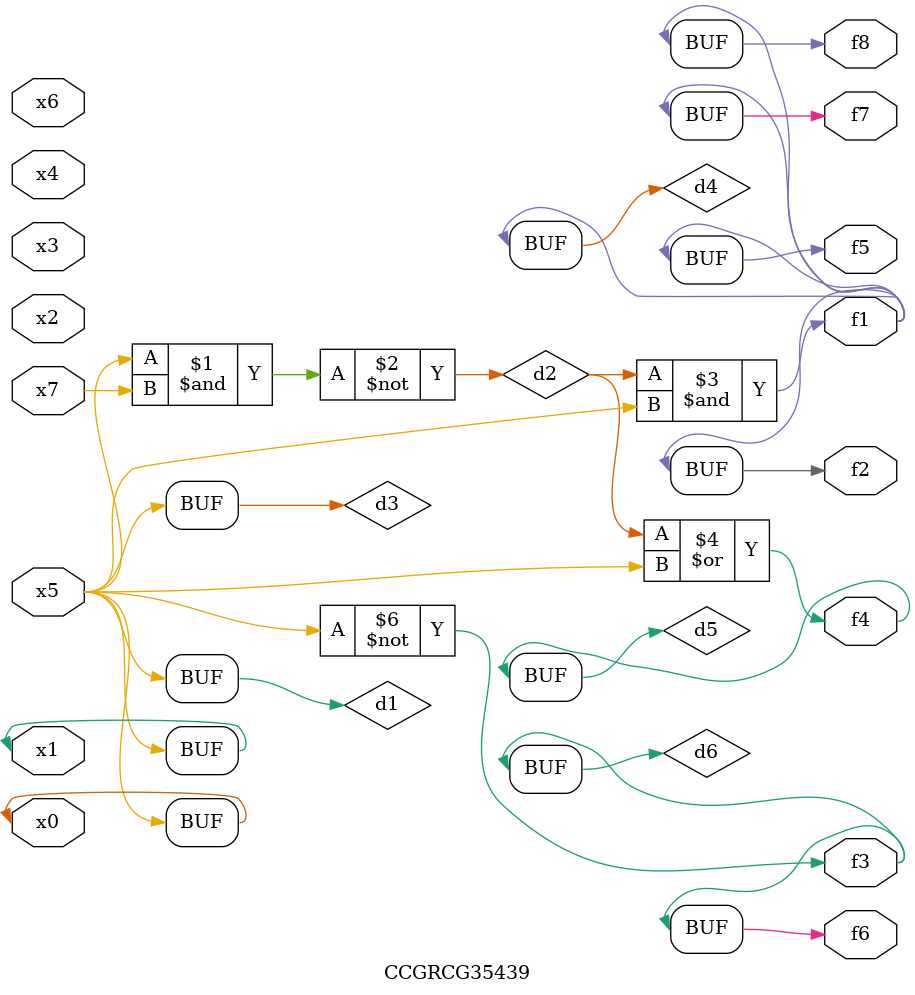
<source format=v>
module CCGRCG35439(
	input x0, x1, x2, x3, x4, x5, x6, x7,
	output f1, f2, f3, f4, f5, f6, f7, f8
);

	wire d1, d2, d3, d4, d5, d6;

	buf (d1, x0, x5);
	nand (d2, x5, x7);
	buf (d3, x0, x1);
	and (d4, d2, d3);
	or (d5, d2, d3);
	nor (d6, d1, d3);
	assign f1 = d4;
	assign f2 = d4;
	assign f3 = d6;
	assign f4 = d5;
	assign f5 = d4;
	assign f6 = d6;
	assign f7 = d4;
	assign f8 = d4;
endmodule

</source>
